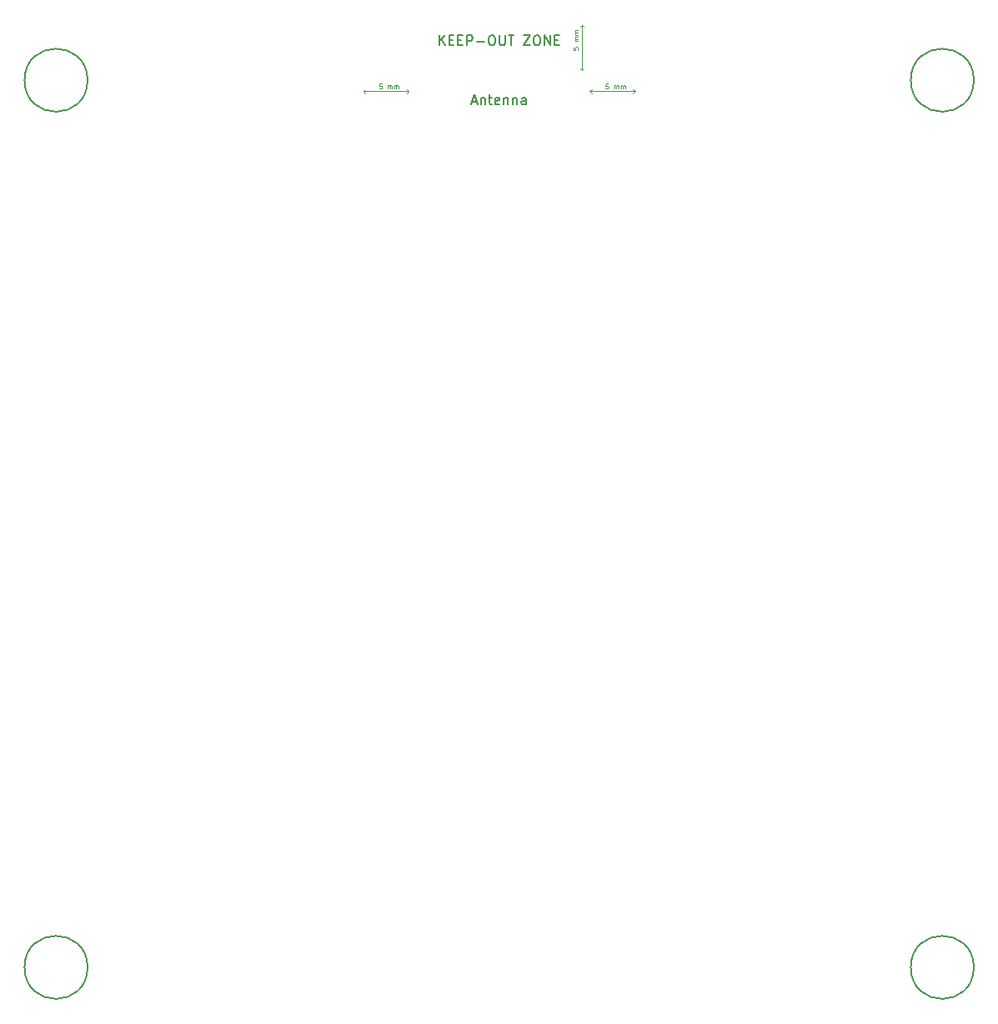
<source format=gbr>
G04 #@! TF.GenerationSoftware,KiCad,Pcbnew,6.0.7-f9a2dced07~116~ubuntu22.04.1*
G04 #@! TF.CreationDate,2022-09-08T14:06:49+01:00*
G04 #@! TF.ProjectId,rLab_Door,724c6162-5f44-46f6-9f72-2e6b69636164,rev?*
G04 #@! TF.SameCoordinates,Original*
G04 #@! TF.FileFunction,Other,Comment*
%FSLAX46Y46*%
G04 Gerber Fmt 4.6, Leading zero omitted, Abs format (unit mm)*
G04 Created by KiCad (PCBNEW 6.0.7-f9a2dced07~116~ubuntu22.04.1) date 2022-09-08 14:06:49*
%MOMM*%
%LPD*%
G01*
G04 APERTURE LIST*
%ADD10C,0.100000*%
%ADD11C,0.150000*%
G04 APERTURE END LIST*
D10*
G04 #@! TO.C,U4*
X157526190Y-51663095D02*
X157526190Y-51901190D01*
X157764285Y-51925000D01*
X157740476Y-51901190D01*
X157716666Y-51853571D01*
X157716666Y-51734523D01*
X157740476Y-51686904D01*
X157764285Y-51663095D01*
X157811904Y-51639285D01*
X157930952Y-51639285D01*
X157978571Y-51663095D01*
X158002380Y-51686904D01*
X158026190Y-51734523D01*
X158026190Y-51853571D01*
X158002380Y-51901190D01*
X157978571Y-51925000D01*
X158026190Y-51044047D02*
X157692857Y-51044047D01*
X157740476Y-51044047D02*
X157716666Y-51020238D01*
X157692857Y-50972619D01*
X157692857Y-50901190D01*
X157716666Y-50853571D01*
X157764285Y-50829761D01*
X158026190Y-50829761D01*
X157764285Y-50829761D02*
X157716666Y-50805952D01*
X157692857Y-50758333D01*
X157692857Y-50686904D01*
X157716666Y-50639285D01*
X157764285Y-50615476D01*
X158026190Y-50615476D01*
X158026190Y-50377380D02*
X157692857Y-50377380D01*
X157740476Y-50377380D02*
X157716666Y-50353571D01*
X157692857Y-50305952D01*
X157692857Y-50234523D01*
X157716666Y-50186904D01*
X157764285Y-50163095D01*
X158026190Y-50163095D01*
X157764285Y-50163095D02*
X157716666Y-50139285D01*
X157692857Y-50091666D01*
X157692857Y-50020238D01*
X157716666Y-49972619D01*
X157764285Y-49948809D01*
X158026190Y-49948809D01*
X138061904Y-55351190D02*
X137823809Y-55351190D01*
X137800000Y-55589285D01*
X137823809Y-55565476D01*
X137871428Y-55541666D01*
X137990476Y-55541666D01*
X138038095Y-55565476D01*
X138061904Y-55589285D01*
X138085714Y-55636904D01*
X138085714Y-55755952D01*
X138061904Y-55803571D01*
X138038095Y-55827380D01*
X137990476Y-55851190D01*
X137871428Y-55851190D01*
X137823809Y-55827380D01*
X137800000Y-55803571D01*
X138680952Y-55851190D02*
X138680952Y-55517857D01*
X138680952Y-55565476D02*
X138704761Y-55541666D01*
X138752380Y-55517857D01*
X138823809Y-55517857D01*
X138871428Y-55541666D01*
X138895238Y-55589285D01*
X138895238Y-55851190D01*
X138895238Y-55589285D02*
X138919047Y-55541666D01*
X138966666Y-55517857D01*
X139038095Y-55517857D01*
X139085714Y-55541666D01*
X139109523Y-55589285D01*
X139109523Y-55851190D01*
X139347619Y-55851190D02*
X139347619Y-55517857D01*
X139347619Y-55565476D02*
X139371428Y-55541666D01*
X139419047Y-55517857D01*
X139490476Y-55517857D01*
X139538095Y-55541666D01*
X139561904Y-55589285D01*
X139561904Y-55851190D01*
X139561904Y-55589285D02*
X139585714Y-55541666D01*
X139633333Y-55517857D01*
X139704761Y-55517857D01*
X139752380Y-55541666D01*
X139776190Y-55589285D01*
X139776190Y-55851190D01*
D11*
X143928571Y-51452380D02*
X143928571Y-50452380D01*
X144500000Y-51452380D02*
X144071428Y-50880952D01*
X144500000Y-50452380D02*
X143928571Y-51023809D01*
X144928571Y-50928571D02*
X145261904Y-50928571D01*
X145404761Y-51452380D02*
X144928571Y-51452380D01*
X144928571Y-50452380D01*
X145404761Y-50452380D01*
X145833333Y-50928571D02*
X146166666Y-50928571D01*
X146309523Y-51452380D02*
X145833333Y-51452380D01*
X145833333Y-50452380D01*
X146309523Y-50452380D01*
X146738095Y-51452380D02*
X146738095Y-50452380D01*
X147119047Y-50452380D01*
X147214285Y-50500000D01*
X147261904Y-50547619D01*
X147309523Y-50642857D01*
X147309523Y-50785714D01*
X147261904Y-50880952D01*
X147214285Y-50928571D01*
X147119047Y-50976190D01*
X146738095Y-50976190D01*
X147738095Y-51071428D02*
X148500000Y-51071428D01*
X149166666Y-50452380D02*
X149357142Y-50452380D01*
X149452380Y-50500000D01*
X149547619Y-50595238D01*
X149595238Y-50785714D01*
X149595238Y-51119047D01*
X149547619Y-51309523D01*
X149452380Y-51404761D01*
X149357142Y-51452380D01*
X149166666Y-51452380D01*
X149071428Y-51404761D01*
X148976190Y-51309523D01*
X148928571Y-51119047D01*
X148928571Y-50785714D01*
X148976190Y-50595238D01*
X149071428Y-50500000D01*
X149166666Y-50452380D01*
X150023809Y-50452380D02*
X150023809Y-51261904D01*
X150071428Y-51357142D01*
X150119047Y-51404761D01*
X150214285Y-51452380D01*
X150404761Y-51452380D01*
X150500000Y-51404761D01*
X150547619Y-51357142D01*
X150595238Y-51261904D01*
X150595238Y-50452380D01*
X150928571Y-50452380D02*
X151500000Y-50452380D01*
X151214285Y-51452380D02*
X151214285Y-50452380D01*
X152500000Y-50452380D02*
X153166666Y-50452380D01*
X152500000Y-51452380D01*
X153166666Y-51452380D01*
X153738095Y-50452380D02*
X153928571Y-50452380D01*
X154023809Y-50500000D01*
X154119047Y-50595238D01*
X154166666Y-50785714D01*
X154166666Y-51119047D01*
X154119047Y-51309523D01*
X154023809Y-51404761D01*
X153928571Y-51452380D01*
X153738095Y-51452380D01*
X153642857Y-51404761D01*
X153547619Y-51309523D01*
X153500000Y-51119047D01*
X153500000Y-50785714D01*
X153547619Y-50595238D01*
X153642857Y-50500000D01*
X153738095Y-50452380D01*
X154595238Y-51452380D02*
X154595238Y-50452380D01*
X155166666Y-51452380D01*
X155166666Y-50452380D01*
X155642857Y-50928571D02*
X155976190Y-50928571D01*
X156119047Y-51452380D02*
X155642857Y-51452380D01*
X155642857Y-50452380D01*
X156119047Y-50452380D01*
X147238095Y-57166666D02*
X147714285Y-57166666D01*
X147142857Y-57452380D02*
X147476190Y-56452380D01*
X147809523Y-57452380D01*
X148142857Y-56785714D02*
X148142857Y-57452380D01*
X148142857Y-56880952D02*
X148190476Y-56833333D01*
X148285714Y-56785714D01*
X148428571Y-56785714D01*
X148523809Y-56833333D01*
X148571428Y-56928571D01*
X148571428Y-57452380D01*
X148904761Y-56785714D02*
X149285714Y-56785714D01*
X149047619Y-56452380D02*
X149047619Y-57309523D01*
X149095238Y-57404761D01*
X149190476Y-57452380D01*
X149285714Y-57452380D01*
X150000000Y-57404761D02*
X149904761Y-57452380D01*
X149714285Y-57452380D01*
X149619047Y-57404761D01*
X149571428Y-57309523D01*
X149571428Y-56928571D01*
X149619047Y-56833333D01*
X149714285Y-56785714D01*
X149904761Y-56785714D01*
X150000000Y-56833333D01*
X150047619Y-56928571D01*
X150047619Y-57023809D01*
X149571428Y-57119047D01*
X150476190Y-56785714D02*
X150476190Y-57452380D01*
X150476190Y-56880952D02*
X150523809Y-56833333D01*
X150619047Y-56785714D01*
X150761904Y-56785714D01*
X150857142Y-56833333D01*
X150904761Y-56928571D01*
X150904761Y-57452380D01*
X151380952Y-56785714D02*
X151380952Y-57452380D01*
X151380952Y-56880952D02*
X151428571Y-56833333D01*
X151523809Y-56785714D01*
X151666666Y-56785714D01*
X151761904Y-56833333D01*
X151809523Y-56928571D01*
X151809523Y-57452380D01*
X152714285Y-57452380D02*
X152714285Y-56928571D01*
X152666666Y-56833333D01*
X152571428Y-56785714D01*
X152380952Y-56785714D01*
X152285714Y-56833333D01*
X152714285Y-57404761D02*
X152619047Y-57452380D01*
X152380952Y-57452380D01*
X152285714Y-57404761D01*
X152238095Y-57309523D01*
X152238095Y-57214285D01*
X152285714Y-57119047D01*
X152380952Y-57071428D01*
X152619047Y-57071428D01*
X152714285Y-57023809D01*
D10*
X161061904Y-55351190D02*
X160823809Y-55351190D01*
X160800000Y-55589285D01*
X160823809Y-55565476D01*
X160871428Y-55541666D01*
X160990476Y-55541666D01*
X161038095Y-55565476D01*
X161061904Y-55589285D01*
X161085714Y-55636904D01*
X161085714Y-55755952D01*
X161061904Y-55803571D01*
X161038095Y-55827380D01*
X160990476Y-55851190D01*
X160871428Y-55851190D01*
X160823809Y-55827380D01*
X160800000Y-55803571D01*
X161680952Y-55851190D02*
X161680952Y-55517857D01*
X161680952Y-55565476D02*
X161704761Y-55541666D01*
X161752380Y-55517857D01*
X161823809Y-55517857D01*
X161871428Y-55541666D01*
X161895238Y-55589285D01*
X161895238Y-55851190D01*
X161895238Y-55589285D02*
X161919047Y-55541666D01*
X161966666Y-55517857D01*
X162038095Y-55517857D01*
X162085714Y-55541666D01*
X162109523Y-55589285D01*
X162109523Y-55851190D01*
X162347619Y-55851190D02*
X162347619Y-55517857D01*
X162347619Y-55565476D02*
X162371428Y-55541666D01*
X162419047Y-55517857D01*
X162490476Y-55517857D01*
X162538095Y-55541666D01*
X162561904Y-55589285D01*
X162561904Y-55851190D01*
X162561904Y-55589285D02*
X162585714Y-55541666D01*
X162633333Y-55517857D01*
X162704761Y-55517857D01*
X162752380Y-55541666D01*
X162776190Y-55589285D01*
X162776190Y-55851190D01*
D11*
G04 #@! TO.C,REF\u002A\u002A*
X198200000Y-55000000D02*
G75*
G03*
X198200000Y-55000000I-3200000J0D01*
G01*
X108200000Y-55000000D02*
G75*
G03*
X108200000Y-55000000I-3200000J0D01*
G01*
X198200000Y-145000000D02*
G75*
G03*
X198200000Y-145000000I-3200000J0D01*
G01*
D10*
G04 #@! TO.C,U4*
X158400000Y-54000000D02*
X158600000Y-53800000D01*
X159200000Y-56125000D02*
X159400000Y-55925000D01*
X136200000Y-56125000D02*
X136400000Y-55925000D01*
X163800000Y-56125000D02*
X163600000Y-56325000D01*
X158400000Y-49400000D02*
X158200000Y-49600000D01*
X136200000Y-56125000D02*
X136400000Y-56325000D01*
X158400000Y-54000000D02*
X158400000Y-49400000D01*
X159200000Y-56125000D02*
X159400000Y-56325000D01*
X159200000Y-56125000D02*
X163800000Y-56125000D01*
X140800000Y-56125000D02*
X140600000Y-56325000D01*
X140800000Y-56125000D02*
X140600000Y-55925000D01*
X136200000Y-56125000D02*
X140800000Y-56125000D01*
X158400000Y-49400000D02*
X158600000Y-49600000D01*
X163800000Y-56125000D02*
X163600000Y-55925000D01*
X158400000Y-54000000D02*
X158200000Y-53800000D01*
D11*
G04 #@! TO.C,REF\u002A\u002A*
X108200000Y-145000000D02*
G75*
G03*
X108200000Y-145000000I-3200000J0D01*
G01*
G04 #@! TD*
M02*

</source>
